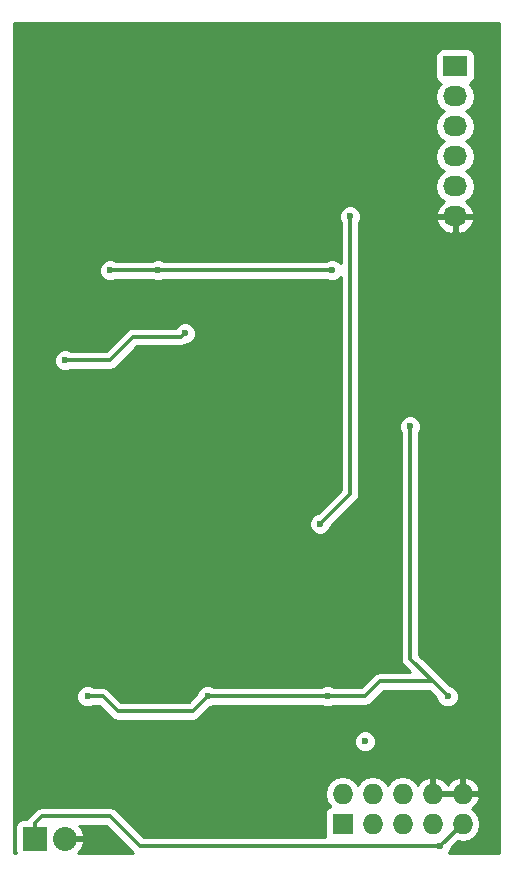
<source format=gbl>
G04 #@! TF.FileFunction,Copper,L2,Bot,Signal*
%FSLAX46Y46*%
G04 Gerber Fmt 4.6, Leading zero omitted, Abs format (unit mm)*
G04 Created by KiCad (PCBNEW 4.0.4-stable) date Saturday, 10 December 2016 'PMt' 11:42:13 PM*
%MOMM*%
%LPD*%
G01*
G04 APERTURE LIST*
%ADD10C,0.100000*%
%ADD11R,2.032000X2.032000*%
%ADD12O,2.032000X2.032000*%
%ADD13R,1.727200X1.727200*%
%ADD14O,1.727200X1.727200*%
%ADD15R,2.032000X1.727200*%
%ADD16O,2.032000X1.727200*%
%ADD17C,0.600000*%
%ADD18C,0.300000*%
%ADD19C,0.254000*%
G04 APERTURE END LIST*
D10*
D11*
X139700000Y-133350000D03*
D12*
X142240000Y-133350000D03*
D13*
X165735000Y-132080000D03*
D14*
X165735000Y-129540000D03*
X168275000Y-132080000D03*
X168275000Y-129540000D03*
X170815000Y-132080000D03*
X170815000Y-129540000D03*
X173355000Y-132080000D03*
X173355000Y-129540000D03*
X175895000Y-132080000D03*
X175895000Y-129540000D03*
D15*
X175260000Y-67945000D03*
D16*
X175260000Y-70485000D03*
X175260000Y-73025000D03*
X175260000Y-75565000D03*
X175260000Y-78105000D03*
X175260000Y-80645000D03*
D17*
X167640000Y-125095000D03*
X171450000Y-98425000D03*
X144145000Y-121285000D03*
X154305000Y-121285000D03*
X164465000Y-121285000D03*
X174625000Y-121285000D03*
X140208000Y-122047000D03*
X147320000Y-121285000D03*
X154940000Y-89281000D03*
X148844000Y-100965000D03*
X162052000Y-99949000D03*
X173990000Y-133985000D03*
X164846000Y-85217000D03*
X150114000Y-85217000D03*
X146050000Y-85217000D03*
X142240000Y-92837000D03*
X152400000Y-90551000D03*
X163830000Y-106680000D03*
X166370000Y-80645000D03*
D18*
X153035000Y-122555000D02*
X154305000Y-121285000D01*
X146685000Y-122555000D02*
X153035000Y-122555000D01*
X145415000Y-121285000D02*
X146685000Y-122555000D01*
X144145000Y-121285000D02*
X145415000Y-121285000D01*
X174625000Y-121285000D02*
X173355000Y-120015000D01*
X173355000Y-120015000D02*
X171450000Y-118110000D01*
X171450000Y-118110000D02*
X171450000Y-98425000D01*
X168910000Y-120015000D02*
X173355000Y-120015000D01*
X167640000Y-121285000D02*
X168910000Y-120015000D01*
X164465000Y-121285000D02*
X167640000Y-121285000D01*
X154305000Y-121285000D02*
X164465000Y-121285000D01*
X148590000Y-133985000D02*
X173990000Y-133985000D01*
X173990000Y-133985000D02*
X175895000Y-132080000D01*
X146050000Y-131445000D02*
X148590000Y-133985000D01*
X140289000Y-131445000D02*
X146050000Y-131445000D01*
X139700000Y-133350000D02*
X139700000Y-132034000D01*
X139700000Y-132034000D02*
X140289000Y-131445000D01*
X150114000Y-85217000D02*
X164846000Y-85217000D01*
X146050000Y-85217000D02*
X150114000Y-85217000D01*
X146304000Y-92583000D02*
X146050000Y-92837000D01*
X146050000Y-92837000D02*
X142240000Y-92837000D01*
X148036001Y-90850999D02*
X146304000Y-92583000D01*
X152400000Y-90551000D02*
X152100001Y-90850999D01*
X152100001Y-90850999D02*
X148036001Y-90850999D01*
X166370000Y-90920001D02*
X166370000Y-80645000D01*
X163830000Y-106680000D02*
X166370000Y-104140000D01*
X166370000Y-104140000D02*
X166370000Y-90920001D01*
D19*
G36*
X148014842Y-134520000D02*
X143359749Y-134520000D01*
X143577188Y-134318379D01*
X143845983Y-133732946D01*
X143727367Y-133477000D01*
X142367000Y-133477000D01*
X142367000Y-133497000D01*
X142113000Y-133497000D01*
X142113000Y-133477000D01*
X142093000Y-133477000D01*
X142093000Y-133223000D01*
X142113000Y-133223000D01*
X142113000Y-133203000D01*
X142367000Y-133203000D01*
X142367000Y-133223000D01*
X143727367Y-133223000D01*
X143845983Y-132967054D01*
X143577188Y-132381621D01*
X143413671Y-132230000D01*
X145724842Y-132230000D01*
X148014842Y-134520000D01*
X148014842Y-134520000D01*
G37*
X148014842Y-134520000D02*
X143359749Y-134520000D01*
X143577188Y-134318379D01*
X143845983Y-133732946D01*
X143727367Y-133477000D01*
X142367000Y-133477000D01*
X142367000Y-133497000D01*
X142113000Y-133497000D01*
X142113000Y-133477000D01*
X142093000Y-133477000D01*
X142093000Y-133223000D01*
X142113000Y-133223000D01*
X142113000Y-133203000D01*
X142367000Y-133203000D01*
X142367000Y-133223000D01*
X143727367Y-133223000D01*
X143845983Y-132967054D01*
X143577188Y-132381621D01*
X143413671Y-132230000D01*
X145724842Y-132230000D01*
X148014842Y-134520000D01*
G36*
X178970000Y-134520000D02*
X174777511Y-134520000D01*
X174782192Y-134515327D01*
X174924838Y-134171799D01*
X174924848Y-134160310D01*
X175546517Y-133538641D01*
X175895000Y-133607959D01*
X176468489Y-133493885D01*
X176954670Y-133169029D01*
X177279526Y-132682848D01*
X177393600Y-132109359D01*
X177393600Y-132050641D01*
X177279526Y-131477152D01*
X176954670Y-130990971D01*
X176683839Y-130810008D01*
X177101821Y-130428490D01*
X177349968Y-129899027D01*
X177229469Y-129667000D01*
X176022000Y-129667000D01*
X176022000Y-129687000D01*
X175768000Y-129687000D01*
X175768000Y-129667000D01*
X173482000Y-129667000D01*
X173482000Y-129687000D01*
X173228000Y-129687000D01*
X173228000Y-129667000D01*
X173208000Y-129667000D01*
X173208000Y-129413000D01*
X173228000Y-129413000D01*
X173228000Y-128206183D01*
X173482000Y-128206183D01*
X173482000Y-129413000D01*
X175768000Y-129413000D01*
X175768000Y-128206183D01*
X176022000Y-128206183D01*
X176022000Y-129413000D01*
X177229469Y-129413000D01*
X177349968Y-129180973D01*
X177101821Y-128651510D01*
X176669947Y-128257312D01*
X176254026Y-128085042D01*
X176022000Y-128206183D01*
X175768000Y-128206183D01*
X175535974Y-128085042D01*
X175120053Y-128257312D01*
X174688179Y-128651510D01*
X174625000Y-128786313D01*
X174561821Y-128651510D01*
X174129947Y-128257312D01*
X173714026Y-128085042D01*
X173482000Y-128206183D01*
X173228000Y-128206183D01*
X172995974Y-128085042D01*
X172580053Y-128257312D01*
X172148179Y-128651510D01*
X172090664Y-128774228D01*
X171874670Y-128450971D01*
X171388489Y-128126115D01*
X170815000Y-128012041D01*
X170241511Y-128126115D01*
X169755330Y-128450971D01*
X169545000Y-128765752D01*
X169334670Y-128450971D01*
X168848489Y-128126115D01*
X168275000Y-128012041D01*
X167701511Y-128126115D01*
X167215330Y-128450971D01*
X167005000Y-128765752D01*
X166794670Y-128450971D01*
X166308489Y-128126115D01*
X165735000Y-128012041D01*
X165161511Y-128126115D01*
X164675330Y-128450971D01*
X164350474Y-128937152D01*
X164236400Y-129510641D01*
X164236400Y-129569359D01*
X164350474Y-130142848D01*
X164661574Y-130608442D01*
X164636083Y-130613238D01*
X164419959Y-130752310D01*
X164274969Y-130964510D01*
X164223960Y-131216400D01*
X164223960Y-132943600D01*
X164268238Y-133178917D01*
X164281805Y-133200000D01*
X148915158Y-133200000D01*
X146605079Y-130889921D01*
X146350407Y-130719755D01*
X146050000Y-130660000D01*
X140289000Y-130660000D01*
X139988594Y-130719755D01*
X139733921Y-130889921D01*
X139144921Y-131478921D01*
X139006181Y-131686560D01*
X138684000Y-131686560D01*
X138448683Y-131730838D01*
X138232559Y-131869910D01*
X138087569Y-132082110D01*
X138036560Y-132334000D01*
X138036560Y-134366000D01*
X138065537Y-134520000D01*
X137895000Y-134520000D01*
X137895000Y-125280167D01*
X166704838Y-125280167D01*
X166846883Y-125623943D01*
X167109673Y-125887192D01*
X167453201Y-126029838D01*
X167825167Y-126030162D01*
X168168943Y-125888117D01*
X168432192Y-125625327D01*
X168574838Y-125281799D01*
X168575162Y-124909833D01*
X168433117Y-124566057D01*
X168170327Y-124302808D01*
X167826799Y-124160162D01*
X167454833Y-124159838D01*
X167111057Y-124301883D01*
X166847808Y-124564673D01*
X166705162Y-124908201D01*
X166704838Y-125280167D01*
X137895000Y-125280167D01*
X137895000Y-121470167D01*
X143209838Y-121470167D01*
X143351883Y-121813943D01*
X143614673Y-122077192D01*
X143958201Y-122219838D01*
X144330167Y-122220162D01*
X144673943Y-122078117D01*
X144682074Y-122070000D01*
X145089842Y-122070000D01*
X146129921Y-123110079D01*
X146384593Y-123280245D01*
X146685000Y-123340000D01*
X153035000Y-123340000D01*
X153335407Y-123280245D01*
X153590079Y-123110079D01*
X154480005Y-122220153D01*
X154490167Y-122220162D01*
X154833943Y-122078117D01*
X154842074Y-122070000D01*
X163927494Y-122070000D01*
X163934673Y-122077192D01*
X164278201Y-122219838D01*
X164650167Y-122220162D01*
X164993943Y-122078117D01*
X165002074Y-122070000D01*
X167640000Y-122070000D01*
X167940407Y-122010245D01*
X168195079Y-121840079D01*
X169235158Y-120800000D01*
X173029842Y-120800000D01*
X173689847Y-121460005D01*
X173689838Y-121470167D01*
X173831883Y-121813943D01*
X174094673Y-122077192D01*
X174438201Y-122219838D01*
X174810167Y-122220162D01*
X175153943Y-122078117D01*
X175417192Y-121815327D01*
X175559838Y-121471799D01*
X175560162Y-121099833D01*
X175418117Y-120756057D01*
X175155327Y-120492808D01*
X174811799Y-120350162D01*
X174800310Y-120350152D01*
X172235000Y-117784842D01*
X172235000Y-98962506D01*
X172242192Y-98955327D01*
X172384838Y-98611799D01*
X172385162Y-98239833D01*
X172243117Y-97896057D01*
X171980327Y-97632808D01*
X171636799Y-97490162D01*
X171264833Y-97489838D01*
X170921057Y-97631883D01*
X170657808Y-97894673D01*
X170515162Y-98238201D01*
X170514838Y-98610167D01*
X170656883Y-98953943D01*
X170665000Y-98962074D01*
X170665000Y-118110000D01*
X170724755Y-118410407D01*
X170894921Y-118665079D01*
X171459842Y-119230000D01*
X168910000Y-119230000D01*
X168609593Y-119289755D01*
X168354921Y-119459921D01*
X167314842Y-120500000D01*
X165002506Y-120500000D01*
X164995327Y-120492808D01*
X164651799Y-120350162D01*
X164279833Y-120349838D01*
X163936057Y-120491883D01*
X163927926Y-120500000D01*
X154842506Y-120500000D01*
X154835327Y-120492808D01*
X154491799Y-120350162D01*
X154119833Y-120349838D01*
X153776057Y-120491883D01*
X153512808Y-120754673D01*
X153370162Y-121098201D01*
X153370152Y-121109690D01*
X152709842Y-121770000D01*
X147010158Y-121770000D01*
X145970079Y-120729921D01*
X145715407Y-120559755D01*
X145415000Y-120500000D01*
X144682506Y-120500000D01*
X144675327Y-120492808D01*
X144331799Y-120350162D01*
X143959833Y-120349838D01*
X143616057Y-120491883D01*
X143352808Y-120754673D01*
X143210162Y-121098201D01*
X143209838Y-121470167D01*
X137895000Y-121470167D01*
X137895000Y-93022167D01*
X141304838Y-93022167D01*
X141446883Y-93365943D01*
X141709673Y-93629192D01*
X142053201Y-93771838D01*
X142425167Y-93772162D01*
X142768943Y-93630117D01*
X142777074Y-93622000D01*
X146050000Y-93622000D01*
X146350407Y-93562245D01*
X146605079Y-93392079D01*
X148361159Y-91635999D01*
X152100001Y-91635999D01*
X152400408Y-91576244D01*
X152535291Y-91486119D01*
X152585167Y-91486162D01*
X152928943Y-91344117D01*
X153192192Y-91081327D01*
X153334838Y-90737799D01*
X153335162Y-90365833D01*
X153193117Y-90022057D01*
X152930327Y-89758808D01*
X152586799Y-89616162D01*
X152214833Y-89615838D01*
X151871057Y-89757883D01*
X151607808Y-90020673D01*
X151588987Y-90065999D01*
X148036001Y-90065999D01*
X147735594Y-90125754D01*
X147480922Y-90295920D01*
X145724842Y-92052000D01*
X142777506Y-92052000D01*
X142770327Y-92044808D01*
X142426799Y-91902162D01*
X142054833Y-91901838D01*
X141711057Y-92043883D01*
X141447808Y-92306673D01*
X141305162Y-92650201D01*
X141304838Y-93022167D01*
X137895000Y-93022167D01*
X137895000Y-85402167D01*
X145114838Y-85402167D01*
X145256883Y-85745943D01*
X145519673Y-86009192D01*
X145863201Y-86151838D01*
X146235167Y-86152162D01*
X146578943Y-86010117D01*
X146587074Y-86002000D01*
X149576494Y-86002000D01*
X149583673Y-86009192D01*
X149927201Y-86151838D01*
X150299167Y-86152162D01*
X150642943Y-86010117D01*
X150651074Y-86002000D01*
X164308494Y-86002000D01*
X164315673Y-86009192D01*
X164659201Y-86151838D01*
X165031167Y-86152162D01*
X165374943Y-86010117D01*
X165585000Y-85800426D01*
X165585000Y-103814842D01*
X163654995Y-105744847D01*
X163644833Y-105744838D01*
X163301057Y-105886883D01*
X163037808Y-106149673D01*
X162895162Y-106493201D01*
X162894838Y-106865167D01*
X163036883Y-107208943D01*
X163299673Y-107472192D01*
X163643201Y-107614838D01*
X164015167Y-107615162D01*
X164358943Y-107473117D01*
X164622192Y-107210327D01*
X164764838Y-106866799D01*
X164764848Y-106855310D01*
X166925079Y-104695079D01*
X167095244Y-104440407D01*
X167095245Y-104440406D01*
X167155000Y-104140000D01*
X167155000Y-81182506D01*
X167162192Y-81175327D01*
X167233322Y-81004026D01*
X173652642Y-81004026D01*
X173655291Y-81019791D01*
X173909268Y-81547036D01*
X174345680Y-81936954D01*
X174898087Y-82130184D01*
X175133000Y-81985924D01*
X175133000Y-80772000D01*
X175387000Y-80772000D01*
X175387000Y-81985924D01*
X175621913Y-82130184D01*
X176174320Y-81936954D01*
X176610732Y-81547036D01*
X176864709Y-81019791D01*
X176867358Y-81004026D01*
X176746217Y-80772000D01*
X175387000Y-80772000D01*
X175133000Y-80772000D01*
X173773783Y-80772000D01*
X173652642Y-81004026D01*
X167233322Y-81004026D01*
X167304838Y-80831799D01*
X167305162Y-80459833D01*
X167163117Y-80116057D01*
X166900327Y-79852808D01*
X166556799Y-79710162D01*
X166184833Y-79709838D01*
X165841057Y-79851883D01*
X165577808Y-80114673D01*
X165435162Y-80458201D01*
X165434838Y-80830167D01*
X165576883Y-81173943D01*
X165585000Y-81182074D01*
X165585000Y-84633845D01*
X165376327Y-84424808D01*
X165032799Y-84282162D01*
X164660833Y-84281838D01*
X164317057Y-84423883D01*
X164308926Y-84432000D01*
X150651506Y-84432000D01*
X150644327Y-84424808D01*
X150300799Y-84282162D01*
X149928833Y-84281838D01*
X149585057Y-84423883D01*
X149576926Y-84432000D01*
X146587506Y-84432000D01*
X146580327Y-84424808D01*
X146236799Y-84282162D01*
X145864833Y-84281838D01*
X145521057Y-84423883D01*
X145257808Y-84686673D01*
X145115162Y-85030201D01*
X145114838Y-85402167D01*
X137895000Y-85402167D01*
X137895000Y-70485000D01*
X173576655Y-70485000D01*
X173690729Y-71058489D01*
X174015585Y-71544670D01*
X174330366Y-71755000D01*
X174015585Y-71965330D01*
X173690729Y-72451511D01*
X173576655Y-73025000D01*
X173690729Y-73598489D01*
X174015585Y-74084670D01*
X174330366Y-74295000D01*
X174015585Y-74505330D01*
X173690729Y-74991511D01*
X173576655Y-75565000D01*
X173690729Y-76138489D01*
X174015585Y-76624670D01*
X174330366Y-76835000D01*
X174015585Y-77045330D01*
X173690729Y-77531511D01*
X173576655Y-78105000D01*
X173690729Y-78678489D01*
X174015585Y-79164670D01*
X174325069Y-79371461D01*
X173909268Y-79742964D01*
X173655291Y-80270209D01*
X173652642Y-80285974D01*
X173773783Y-80518000D01*
X175133000Y-80518000D01*
X175133000Y-80498000D01*
X175387000Y-80498000D01*
X175387000Y-80518000D01*
X176746217Y-80518000D01*
X176867358Y-80285974D01*
X176864709Y-80270209D01*
X176610732Y-79742964D01*
X176194931Y-79371461D01*
X176504415Y-79164670D01*
X176829271Y-78678489D01*
X176943345Y-78105000D01*
X176829271Y-77531511D01*
X176504415Y-77045330D01*
X176189634Y-76835000D01*
X176504415Y-76624670D01*
X176829271Y-76138489D01*
X176943345Y-75565000D01*
X176829271Y-74991511D01*
X176504415Y-74505330D01*
X176189634Y-74295000D01*
X176504415Y-74084670D01*
X176829271Y-73598489D01*
X176943345Y-73025000D01*
X176829271Y-72451511D01*
X176504415Y-71965330D01*
X176189634Y-71755000D01*
X176504415Y-71544670D01*
X176829271Y-71058489D01*
X176943345Y-70485000D01*
X176829271Y-69911511D01*
X176504415Y-69425330D01*
X176490087Y-69415757D01*
X176511317Y-69411762D01*
X176727441Y-69272690D01*
X176872431Y-69060490D01*
X176923440Y-68808600D01*
X176923440Y-67081400D01*
X176879162Y-66846083D01*
X176740090Y-66629959D01*
X176527890Y-66484969D01*
X176276000Y-66433960D01*
X174244000Y-66433960D01*
X174008683Y-66478238D01*
X173792559Y-66617310D01*
X173647569Y-66829510D01*
X173596560Y-67081400D01*
X173596560Y-68808600D01*
X173640838Y-69043917D01*
X173779910Y-69260041D01*
X173992110Y-69405031D01*
X174033439Y-69413400D01*
X174015585Y-69425330D01*
X173690729Y-69911511D01*
X173576655Y-70485000D01*
X137895000Y-70485000D01*
X137895000Y-64235000D01*
X178970000Y-64235000D01*
X178970000Y-134520000D01*
X178970000Y-134520000D01*
G37*
X178970000Y-134520000D02*
X174777511Y-134520000D01*
X174782192Y-134515327D01*
X174924838Y-134171799D01*
X174924848Y-134160310D01*
X175546517Y-133538641D01*
X175895000Y-133607959D01*
X176468489Y-133493885D01*
X176954670Y-133169029D01*
X177279526Y-132682848D01*
X177393600Y-132109359D01*
X177393600Y-132050641D01*
X177279526Y-131477152D01*
X176954670Y-130990971D01*
X176683839Y-130810008D01*
X177101821Y-130428490D01*
X177349968Y-129899027D01*
X177229469Y-129667000D01*
X176022000Y-129667000D01*
X176022000Y-129687000D01*
X175768000Y-129687000D01*
X175768000Y-129667000D01*
X173482000Y-129667000D01*
X173482000Y-129687000D01*
X173228000Y-129687000D01*
X173228000Y-129667000D01*
X173208000Y-129667000D01*
X173208000Y-129413000D01*
X173228000Y-129413000D01*
X173228000Y-128206183D01*
X173482000Y-128206183D01*
X173482000Y-129413000D01*
X175768000Y-129413000D01*
X175768000Y-128206183D01*
X176022000Y-128206183D01*
X176022000Y-129413000D01*
X177229469Y-129413000D01*
X177349968Y-129180973D01*
X177101821Y-128651510D01*
X176669947Y-128257312D01*
X176254026Y-128085042D01*
X176022000Y-128206183D01*
X175768000Y-128206183D01*
X175535974Y-128085042D01*
X175120053Y-128257312D01*
X174688179Y-128651510D01*
X174625000Y-128786313D01*
X174561821Y-128651510D01*
X174129947Y-128257312D01*
X173714026Y-128085042D01*
X173482000Y-128206183D01*
X173228000Y-128206183D01*
X172995974Y-128085042D01*
X172580053Y-128257312D01*
X172148179Y-128651510D01*
X172090664Y-128774228D01*
X171874670Y-128450971D01*
X171388489Y-128126115D01*
X170815000Y-128012041D01*
X170241511Y-128126115D01*
X169755330Y-128450971D01*
X169545000Y-128765752D01*
X169334670Y-128450971D01*
X168848489Y-128126115D01*
X168275000Y-128012041D01*
X167701511Y-128126115D01*
X167215330Y-128450971D01*
X167005000Y-128765752D01*
X166794670Y-128450971D01*
X166308489Y-128126115D01*
X165735000Y-128012041D01*
X165161511Y-128126115D01*
X164675330Y-128450971D01*
X164350474Y-128937152D01*
X164236400Y-129510641D01*
X164236400Y-129569359D01*
X164350474Y-130142848D01*
X164661574Y-130608442D01*
X164636083Y-130613238D01*
X164419959Y-130752310D01*
X164274969Y-130964510D01*
X164223960Y-131216400D01*
X164223960Y-132943600D01*
X164268238Y-133178917D01*
X164281805Y-133200000D01*
X148915158Y-133200000D01*
X146605079Y-130889921D01*
X146350407Y-130719755D01*
X146050000Y-130660000D01*
X140289000Y-130660000D01*
X139988594Y-130719755D01*
X139733921Y-130889921D01*
X139144921Y-131478921D01*
X139006181Y-131686560D01*
X138684000Y-131686560D01*
X138448683Y-131730838D01*
X138232559Y-131869910D01*
X138087569Y-132082110D01*
X138036560Y-132334000D01*
X138036560Y-134366000D01*
X138065537Y-134520000D01*
X137895000Y-134520000D01*
X137895000Y-125280167D01*
X166704838Y-125280167D01*
X166846883Y-125623943D01*
X167109673Y-125887192D01*
X167453201Y-126029838D01*
X167825167Y-126030162D01*
X168168943Y-125888117D01*
X168432192Y-125625327D01*
X168574838Y-125281799D01*
X168575162Y-124909833D01*
X168433117Y-124566057D01*
X168170327Y-124302808D01*
X167826799Y-124160162D01*
X167454833Y-124159838D01*
X167111057Y-124301883D01*
X166847808Y-124564673D01*
X166705162Y-124908201D01*
X166704838Y-125280167D01*
X137895000Y-125280167D01*
X137895000Y-121470167D01*
X143209838Y-121470167D01*
X143351883Y-121813943D01*
X143614673Y-122077192D01*
X143958201Y-122219838D01*
X144330167Y-122220162D01*
X144673943Y-122078117D01*
X144682074Y-122070000D01*
X145089842Y-122070000D01*
X146129921Y-123110079D01*
X146384593Y-123280245D01*
X146685000Y-123340000D01*
X153035000Y-123340000D01*
X153335407Y-123280245D01*
X153590079Y-123110079D01*
X154480005Y-122220153D01*
X154490167Y-122220162D01*
X154833943Y-122078117D01*
X154842074Y-122070000D01*
X163927494Y-122070000D01*
X163934673Y-122077192D01*
X164278201Y-122219838D01*
X164650167Y-122220162D01*
X164993943Y-122078117D01*
X165002074Y-122070000D01*
X167640000Y-122070000D01*
X167940407Y-122010245D01*
X168195079Y-121840079D01*
X169235158Y-120800000D01*
X173029842Y-120800000D01*
X173689847Y-121460005D01*
X173689838Y-121470167D01*
X173831883Y-121813943D01*
X174094673Y-122077192D01*
X174438201Y-122219838D01*
X174810167Y-122220162D01*
X175153943Y-122078117D01*
X175417192Y-121815327D01*
X175559838Y-121471799D01*
X175560162Y-121099833D01*
X175418117Y-120756057D01*
X175155327Y-120492808D01*
X174811799Y-120350162D01*
X174800310Y-120350152D01*
X172235000Y-117784842D01*
X172235000Y-98962506D01*
X172242192Y-98955327D01*
X172384838Y-98611799D01*
X172385162Y-98239833D01*
X172243117Y-97896057D01*
X171980327Y-97632808D01*
X171636799Y-97490162D01*
X171264833Y-97489838D01*
X170921057Y-97631883D01*
X170657808Y-97894673D01*
X170515162Y-98238201D01*
X170514838Y-98610167D01*
X170656883Y-98953943D01*
X170665000Y-98962074D01*
X170665000Y-118110000D01*
X170724755Y-118410407D01*
X170894921Y-118665079D01*
X171459842Y-119230000D01*
X168910000Y-119230000D01*
X168609593Y-119289755D01*
X168354921Y-119459921D01*
X167314842Y-120500000D01*
X165002506Y-120500000D01*
X164995327Y-120492808D01*
X164651799Y-120350162D01*
X164279833Y-120349838D01*
X163936057Y-120491883D01*
X163927926Y-120500000D01*
X154842506Y-120500000D01*
X154835327Y-120492808D01*
X154491799Y-120350162D01*
X154119833Y-120349838D01*
X153776057Y-120491883D01*
X153512808Y-120754673D01*
X153370162Y-121098201D01*
X153370152Y-121109690D01*
X152709842Y-121770000D01*
X147010158Y-121770000D01*
X145970079Y-120729921D01*
X145715407Y-120559755D01*
X145415000Y-120500000D01*
X144682506Y-120500000D01*
X144675327Y-120492808D01*
X144331799Y-120350162D01*
X143959833Y-120349838D01*
X143616057Y-120491883D01*
X143352808Y-120754673D01*
X143210162Y-121098201D01*
X143209838Y-121470167D01*
X137895000Y-121470167D01*
X137895000Y-93022167D01*
X141304838Y-93022167D01*
X141446883Y-93365943D01*
X141709673Y-93629192D01*
X142053201Y-93771838D01*
X142425167Y-93772162D01*
X142768943Y-93630117D01*
X142777074Y-93622000D01*
X146050000Y-93622000D01*
X146350407Y-93562245D01*
X146605079Y-93392079D01*
X148361159Y-91635999D01*
X152100001Y-91635999D01*
X152400408Y-91576244D01*
X152535291Y-91486119D01*
X152585167Y-91486162D01*
X152928943Y-91344117D01*
X153192192Y-91081327D01*
X153334838Y-90737799D01*
X153335162Y-90365833D01*
X153193117Y-90022057D01*
X152930327Y-89758808D01*
X152586799Y-89616162D01*
X152214833Y-89615838D01*
X151871057Y-89757883D01*
X151607808Y-90020673D01*
X151588987Y-90065999D01*
X148036001Y-90065999D01*
X147735594Y-90125754D01*
X147480922Y-90295920D01*
X145724842Y-92052000D01*
X142777506Y-92052000D01*
X142770327Y-92044808D01*
X142426799Y-91902162D01*
X142054833Y-91901838D01*
X141711057Y-92043883D01*
X141447808Y-92306673D01*
X141305162Y-92650201D01*
X141304838Y-93022167D01*
X137895000Y-93022167D01*
X137895000Y-85402167D01*
X145114838Y-85402167D01*
X145256883Y-85745943D01*
X145519673Y-86009192D01*
X145863201Y-86151838D01*
X146235167Y-86152162D01*
X146578943Y-86010117D01*
X146587074Y-86002000D01*
X149576494Y-86002000D01*
X149583673Y-86009192D01*
X149927201Y-86151838D01*
X150299167Y-86152162D01*
X150642943Y-86010117D01*
X150651074Y-86002000D01*
X164308494Y-86002000D01*
X164315673Y-86009192D01*
X164659201Y-86151838D01*
X165031167Y-86152162D01*
X165374943Y-86010117D01*
X165585000Y-85800426D01*
X165585000Y-103814842D01*
X163654995Y-105744847D01*
X163644833Y-105744838D01*
X163301057Y-105886883D01*
X163037808Y-106149673D01*
X162895162Y-106493201D01*
X162894838Y-106865167D01*
X163036883Y-107208943D01*
X163299673Y-107472192D01*
X163643201Y-107614838D01*
X164015167Y-107615162D01*
X164358943Y-107473117D01*
X164622192Y-107210327D01*
X164764838Y-106866799D01*
X164764848Y-106855310D01*
X166925079Y-104695079D01*
X167095244Y-104440407D01*
X167095245Y-104440406D01*
X167155000Y-104140000D01*
X167155000Y-81182506D01*
X167162192Y-81175327D01*
X167233322Y-81004026D01*
X173652642Y-81004026D01*
X173655291Y-81019791D01*
X173909268Y-81547036D01*
X174345680Y-81936954D01*
X174898087Y-82130184D01*
X175133000Y-81985924D01*
X175133000Y-80772000D01*
X175387000Y-80772000D01*
X175387000Y-81985924D01*
X175621913Y-82130184D01*
X176174320Y-81936954D01*
X176610732Y-81547036D01*
X176864709Y-81019791D01*
X176867358Y-81004026D01*
X176746217Y-80772000D01*
X175387000Y-80772000D01*
X175133000Y-80772000D01*
X173773783Y-80772000D01*
X173652642Y-81004026D01*
X167233322Y-81004026D01*
X167304838Y-80831799D01*
X167305162Y-80459833D01*
X167163117Y-80116057D01*
X166900327Y-79852808D01*
X166556799Y-79710162D01*
X166184833Y-79709838D01*
X165841057Y-79851883D01*
X165577808Y-80114673D01*
X165435162Y-80458201D01*
X165434838Y-80830167D01*
X165576883Y-81173943D01*
X165585000Y-81182074D01*
X165585000Y-84633845D01*
X165376327Y-84424808D01*
X165032799Y-84282162D01*
X164660833Y-84281838D01*
X164317057Y-84423883D01*
X164308926Y-84432000D01*
X150651506Y-84432000D01*
X150644327Y-84424808D01*
X150300799Y-84282162D01*
X149928833Y-84281838D01*
X149585057Y-84423883D01*
X149576926Y-84432000D01*
X146587506Y-84432000D01*
X146580327Y-84424808D01*
X146236799Y-84282162D01*
X145864833Y-84281838D01*
X145521057Y-84423883D01*
X145257808Y-84686673D01*
X145115162Y-85030201D01*
X145114838Y-85402167D01*
X137895000Y-85402167D01*
X137895000Y-70485000D01*
X173576655Y-70485000D01*
X173690729Y-71058489D01*
X174015585Y-71544670D01*
X174330366Y-71755000D01*
X174015585Y-71965330D01*
X173690729Y-72451511D01*
X173576655Y-73025000D01*
X173690729Y-73598489D01*
X174015585Y-74084670D01*
X174330366Y-74295000D01*
X174015585Y-74505330D01*
X173690729Y-74991511D01*
X173576655Y-75565000D01*
X173690729Y-76138489D01*
X174015585Y-76624670D01*
X174330366Y-76835000D01*
X174015585Y-77045330D01*
X173690729Y-77531511D01*
X173576655Y-78105000D01*
X173690729Y-78678489D01*
X174015585Y-79164670D01*
X174325069Y-79371461D01*
X173909268Y-79742964D01*
X173655291Y-80270209D01*
X173652642Y-80285974D01*
X173773783Y-80518000D01*
X175133000Y-80518000D01*
X175133000Y-80498000D01*
X175387000Y-80498000D01*
X175387000Y-80518000D01*
X176746217Y-80518000D01*
X176867358Y-80285974D01*
X176864709Y-80270209D01*
X176610732Y-79742964D01*
X176194931Y-79371461D01*
X176504415Y-79164670D01*
X176829271Y-78678489D01*
X176943345Y-78105000D01*
X176829271Y-77531511D01*
X176504415Y-77045330D01*
X176189634Y-76835000D01*
X176504415Y-76624670D01*
X176829271Y-76138489D01*
X176943345Y-75565000D01*
X176829271Y-74991511D01*
X176504415Y-74505330D01*
X176189634Y-74295000D01*
X176504415Y-74084670D01*
X176829271Y-73598489D01*
X176943345Y-73025000D01*
X176829271Y-72451511D01*
X176504415Y-71965330D01*
X176189634Y-71755000D01*
X176504415Y-71544670D01*
X176829271Y-71058489D01*
X176943345Y-70485000D01*
X176829271Y-69911511D01*
X176504415Y-69425330D01*
X176490087Y-69415757D01*
X176511317Y-69411762D01*
X176727441Y-69272690D01*
X176872431Y-69060490D01*
X176923440Y-68808600D01*
X176923440Y-67081400D01*
X176879162Y-66846083D01*
X176740090Y-66629959D01*
X176527890Y-66484969D01*
X176276000Y-66433960D01*
X174244000Y-66433960D01*
X174008683Y-66478238D01*
X173792559Y-66617310D01*
X173647569Y-66829510D01*
X173596560Y-67081400D01*
X173596560Y-68808600D01*
X173640838Y-69043917D01*
X173779910Y-69260041D01*
X173992110Y-69405031D01*
X174033439Y-69413400D01*
X174015585Y-69425330D01*
X173690729Y-69911511D01*
X173576655Y-70485000D01*
X137895000Y-70485000D01*
X137895000Y-64235000D01*
X178970000Y-64235000D01*
X178970000Y-134520000D01*
M02*

</source>
